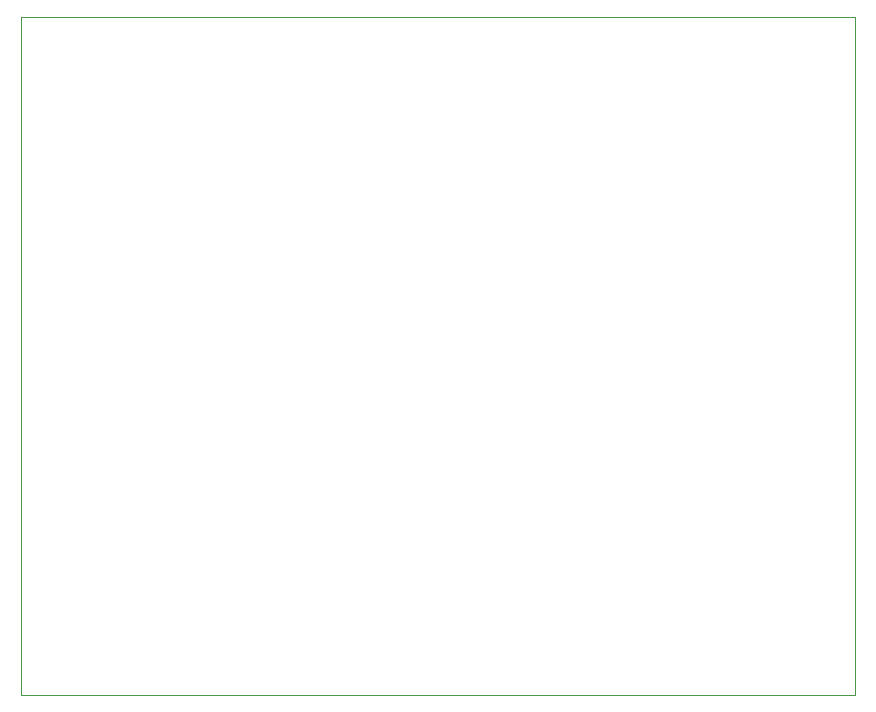
<source format=gbr>
%TF.GenerationSoftware,KiCad,Pcbnew,(5.1.10)-1*%
%TF.CreationDate,2021-08-21T15:59:26-07:00*%
%TF.ProjectId,upconverter,7570636f-6e76-4657-9274-65722e6b6963,rev?*%
%TF.SameCoordinates,Original*%
%TF.FileFunction,Profile,NP*%
%FSLAX46Y46*%
G04 Gerber Fmt 4.6, Leading zero omitted, Abs format (unit mm)*
G04 Created by KiCad (PCBNEW (5.1.10)-1) date 2021-08-21 15:59:26*
%MOMM*%
%LPD*%
G01*
G04 APERTURE LIST*
%TA.AperFunction,Profile*%
%ADD10C,0.050000*%
%TD*%
G04 APERTURE END LIST*
D10*
X119380000Y-87376000D02*
X48768000Y-87376000D01*
X119380000Y-29972000D02*
X119380000Y-87376000D01*
X48768000Y-29972000D02*
X119380000Y-29972000D01*
X48768000Y-87376000D02*
X48768000Y-29972000D01*
M02*

</source>
